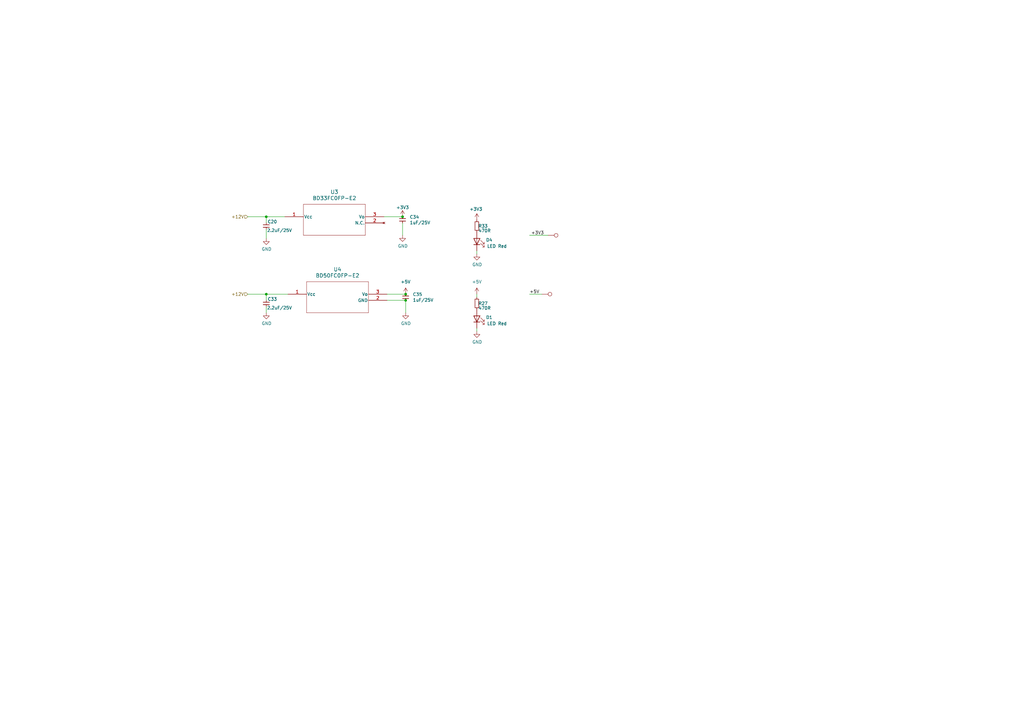
<source format=kicad_sch>
(kicad_sch (version 20231120) (generator "eeschema") (generator_version "8.0")
  (paper "A3")
  (title_block (date "2023-10-19") (rev "V0.1") (company "teTra"))
  (lib_symbols
    (symbol "BMS-Master-rescue:+3.3V-power-BMS-Master-rescue" (power) (pin_names (offset 0))
      (property "Value" "+3.3V-power-BMS-Master-rescue" (at 0 3.556 0))
      (symbol "+3.3V-power-BMS-Master-rescue_0_1"
        (polyline (pts (xy -0.762 1.27) (xy 0 2.54)))
        (polyline (pts (xy 0 0) (xy 0 2.54)))
        (polyline (pts (xy 0 2.54) (xy 0.762 1.27)))
      )
      (symbol "+3.3V-power-BMS-Master-rescue_1_1"
        (pin power_in line (at 0 0 90) (length 0) hide (name "+3V3") (number "1"))
      )
    )
    (symbol "Library:+3V3" (power) (pin_names (offset 0))
      (property "Value" "+3V3" (at 0 3.556 0))
      (symbol "+3V3_0_1"
        (polyline (pts (xy -0.762 1.27) (xy 0 2.54)))
        (polyline (pts (xy 0 0) (xy 0 2.54)))
        (polyline (pts (xy 0 2.54) (xy 0.762 1.27)))
      )
      (symbol "+3V3_1_1"
        (pin power_in line (at 0 0 90) (length 0) hide (name "+3V3") (number "1"))
      )
    )
    (symbol "Library:C" (pin_numbers hide) (pin_names (offset 0.254))
      (property "Reference" "C" (at 0.635 2.54 0))
      (property "Value" "C" (at 0.635 -2.54 0))
      (symbol "C_1_1"
        (polyline (pts (xy -1.27 -0.508) (xy 1.27 -0.508)) (stroke (width 0.254)))
        (polyline (pts (xy -1.27 0.508) (xy 1.27 0.508)) (stroke (width 0.254)))
        (pin passive line (at 0 1.27 270) (length 0.762) (name "~") (number "1"))
        (pin passive line (at 0 -1.27 90) (length 0.762) (name "~") (number "2"))
      )
    )
    (symbol "Library:GND" (power) (pin_names (offset 0))
      (property "Value" "GND" (at 0 -3.81 0))
      (symbol "GND_0_1"
        (polyline (pts (xy 0 0) (xy 0 -1.27) (xy 1.27 -1.27) (xy 0 -2.54) (xy -1.27 -1.27) (xy 0 -1.27)))
      )
      (symbol "GND_1_1"
        (pin power_in line (at 0 0 270) (length 0) hide (name "GND") (number "1"))
      )
    )
    (symbol "Library:LED" (pin_numbers hide) (pin_names (offset 1.016) hide)
      (property "Reference" "D" (at -0.762 -2.54 0))
      (property "Value" "LED" (at -0.762 4.318 0))
      (symbol "LED_0_1"
        (polyline (pts (xy 1.27 0) (xy -1.27 0)))
        (polyline (pts (xy 1.27 1.27) (xy 1.27 -1.27)) (stroke (width 0.254)))
        (polyline (pts (xy -1.27 1.27) (xy -1.27 -1.27) (xy 1.27 0) (xy -1.27 1.27)) (stroke (width 0.254)))
        (polyline (pts (xy -0.508 1.524) (xy 1.016 3.048) (xy 0.254 3.048) (xy 1.016 3.048) (xy 1.016 2.286)))
        (polyline (pts (xy 0.762 1.524) (xy 2.286 3.048) (xy 1.524 3.048) (xy 2.286 3.048) (xy 2.286 2.286)))
      )
      (symbol "LED_1_1"
        (pin passive line (at 3.81 0 180) (length 2.54) (name "K") (number "1"))
        (pin passive line (at -3.81 0 0) (length 2.54) (name "A") (number "2"))
      )
    )
    (symbol "Library:R_Small" (pin_numbers hide) (pin_names (offset 0.254) hide)
      (property "Reference" "R" (at 0.762 0.508 0))
      (property "Value" "R_Small" (at 0.762 -1.016 0))
      (symbol "R_Small_0_1"
        (rectangle (start -0.762 1.778) (end 0.762 -1.778) (stroke (width 0.2032)))
      )
      (symbol "R_Small_1_1"
        (pin passive line (at 0 2.54 270) (length 0.762) (name "~") (number "1"))
        (pin passive line (at 0 -2.54 90) (length 0.762) (name "~") (number "2"))
      )
    )
    (symbol "Library:TestPoint" (pin_numbers hide) (pin_names (offset 0.762) hide)
      (property "Reference" "TP" (at 0 6.858 0))
      (property "Value" "TestPoint" (at 0 5.08 0))
      (symbol "TestPoint_0_1"
        (circle (center 0 3.302) (radius 0.762))
      )
      (symbol "TestPoint_1_1"
        (pin passive line (at 0 0 90) (length 2.54) (name "1") (number "1"))
      )
    )
    (symbol "Power_Management:BD33FC0FP-E2" (pin_names (offset 0.254))
      (property "Reference" "U" (at 20.32 10.16 0))
      (property "Value" "BD33FC0FP-E2" (at 20.32 7.62 0))
      (symbol "BD33FC0FP-E2_0_1"
        (polyline (pts (xy 7.62 -7.62) (xy 33.02 -7.62)) (stroke (width 0.127)))
        (polyline (pts (xy 7.62 5.08) (xy 7.62 -7.62)) (stroke (width 0.127)))
        (polyline (pts (xy 33.02 -7.62) (xy 33.02 5.08)) (stroke (width 0.127)))
        (polyline (pts (xy 33.02 5.08) (xy 7.62 5.08)) (stroke (width 0.127)))
        (pin power_in line (at 0 0 0) (length 7.62) (name "Vcc") (number "1"))
        (pin no_connect line (at 40.64 -2.54 180) (length 7.62) (name "N.C.") (number "2"))
        (pin unspecified line (at 40.64 0 180) (length 7.62) (name "Vo") (number "3"))
      )
    )
    (symbol "Power_Management:BD50FC0FP-E2" (pin_names (offset 0.254))
      (property "Reference" "U" (at 20.32 10.16 0))
      (property "Value" "BD50FC0FP-E2" (at 20.32 7.62 0))
      (symbol "BD50FC0FP-E2_0_1"
        (polyline (pts (xy 7.62 -7.62) (xy 33.02 -7.62)) (stroke (width 0.127)))
        (polyline (pts (xy 7.62 5.08) (xy 7.62 -7.62)) (stroke (width 0.127)))
        (polyline (pts (xy 33.02 -7.62) (xy 33.02 5.08)) (stroke (width 0.127)))
        (polyline (pts (xy 33.02 5.08) (xy 7.62 5.08)) (stroke (width 0.127)))
        (pin power_in line (at 0 0 0) (length 7.62) (name "Vcc") (number "1"))
        (pin unspecified line (at 40.64 0 180) (length 7.62) (name "Vo") (number "3"))
      )
      (symbol "BD50FC0FP-E2_1_1"
        (pin output line (at 40.64 -2.54 180) (length 7.62) (name "GND") (number "2"))
      )
    )
    (symbol "power:+5V" (power) (pin_names (offset 0))
      (property "Value" "+5V" (at 0 3.556 0))
      (symbol "+5V_0_1"
        (polyline (pts (xy -0.762 1.27) (xy 0 2.54)))
        (polyline (pts (xy 0 0) (xy 0 2.54)))
        (polyline (pts (xy 0 2.54) (xy 0.762 1.27)))
      )
      (symbol "+5V_1_1"
        (pin power_in line (at 0 0 90) (length 0) hide (name "+5V") (number "1"))
      )
    )
  )
  (junction (at 165.1 88.9))
  (junction (at 166.37 120.65))
  (junction (at 109.22 120.65))
  (junction (at 166.37 123.19))
  (junction (at 109.22 88.9))
  (wire (pts (xy 101.6 120.65) (xy 109.22 120.65)))
  (wire (pts (xy 157.48 88.9) (xy 165.1 88.9)))
  (wire (pts (xy 217.17 96.52) (xy 224.79 96.52)))
  (wire (pts (xy 165.1 91.44) (xy 165.1 96.52)))
  (wire (pts (xy 195.58 120.65) (xy 195.58 121.92)))
  (wire (pts (xy 109.22 88.9) (xy 116.84 88.9)))
  (wire (pts (xy 109.22 88.9) (xy 109.22 91.44)))
  (wire (pts (xy 101.6 88.9) (xy 109.22 88.9)))
  (wire (pts (xy 158.75 123.19) (xy 166.37 123.19)))
  (wire (pts (xy 217.17 120.65) (xy 222.25 120.65)))
  (wire (pts (xy 158.75 120.65) (xy 166.37 120.65)))
  (wire (pts (xy 166.37 123.19) (xy 166.37 128.27)))
  (wire (pts (xy 195.58 102.87) (xy 195.58 104.14)))
  (wire (pts (xy 195.58 134.62) (xy 195.58 135.89)))
  (wire (pts (xy 109.22 120.65) (xy 109.22 123.19)))
  (wire (pts (xy 109.22 120.65) (xy 118.11 120.65)))
  (wire (pts (xy 109.22 93.98) (xy 109.22 97.79)))
  (wire (pts (xy 109.22 125.73) (xy 109.22 128.27)))
  (label "+5V" (at 217.17 120.65 0))
  (label "+3V3" (at 217.805 96.52 0))
  (hierarchical_label "+12V" (shape input) (at 101.6 88.9 180))
  (hierarchical_label "+12V" (shape input) (at 101.6 120.65 180))
  (symbol (lib_id "Library:GND") (at 109.22 97.79 0) (unit 1)
    (property "Reference" "#PWR021" (effects (hide yes)))
    (property "Value" "GND" (at 109.347 102.1842 0))
  )
  (symbol (lib_id "Power_Management:BD33FC0FP-E2") (at 116.84 88.9 0) (unit 1)
    (property "Reference" "U3" (at 137.16 78.74 0) (effects (font (size 1.524 1.524))))
    (property "Value" "BD33FC0FP-E2" (at 137.16 81.28 0) (effects (font (size 1.524 1.524))))
    (property "Footprint" "Package_TO_SOT_SMD:TO252-3_ROM" (effects (hide yes)))
    (property "Datasheet" "BD33FC0FP-E2" (effects (hide yes)))
  )
  (symbol (lib_id "power:+5V") (at 166.37 120.65 0) (mirror y) (unit 1)
    (property "Reference" "#PWR046" (effects (hide yes)))
    (property "Value" "+5V" (at 166.37 115.57 0))
  )
  (symbol (lib_id "Library:C") (at 166.37 121.92 180) (unit 1)
    (property "Reference" "C35" (at 169.291 120.7516 0) (effects (justify right)))
    (property "Value" "1uF/25V" (at 169.291 123.063 0) (effects (justify right)))
    (property "Footprint" "Capacitor_SMD:C_0603_1608Metric" (effects (hide yes)))
    (property "Datasheet" "https://mm.digikey.com/Volume0/opasdata/d220001/medias/docus/3644/CL10B105KA8NNNC_spec.pdf" (effects (hide yes)))
    (property "Description" "1 µF ±10% 25V Ceramic Capacitor X7R 0603 (1608 Metric)" (effects (hide yes)))
    (property "MPN" "CL10B105KA8NNNC" (effects (hide yes)))
    (property "Link" "https://www.digikey.jp/en/products/detail/samsung-electro-mechanics/CL10B105KA8NNNC/3886842" (effects (hide yes)))
  )
  (symbol (lib_id "BMS-Master-rescue:+3.3V-power-BMS-Master-rescue") (at 165.1 88.9 0) (mirror y) (unit 1)
    (property "Reference" "#PWR047" (effects (hide yes)))
    (property "Value" "+3V3" (at 165.1 85.09 0))
  )
  (symbol (lib_id "Library:TestPoint") (at 224.79 96.52 270) (unit 1)
    (property "Reference" "TP2" (effects (hide yes)))
    (property "Value" "3V3" (effects (hide yes)))
    (property "Footprint" "TestPoint:TestPoint_Pad_D1.0mm" (effects (hide yes)))
  )
  (symbol (lib_id "Library:GND") (at 195.58 104.14 0) (unit 1)
    (property "Reference" "#PWR029" (effects (hide yes)))
    (property "Value" "GND" (at 195.707 108.5342 0))
  )
  (symbol (lib_id "Library:GND") (at 166.37 128.27 0) (unit 1)
    (property "Reference" "#PWR045" (effects (hide yes)))
    (property "Value" "GND" (at 166.497 132.6642 0))
  )
  (symbol (lib_id "Library:GND") (at 109.22 128.27 0) (unit 1)
    (property "Reference" "#PWR044" (effects (hide yes)))
    (property "Value" "GND" (at 109.347 132.6642 0))
  )
  (symbol (lib_id "Library:LED") (at 195.58 99.06 270) (unit 1)
    (property "Reference" "D4" (at 200.66 98.425 90))
    (property "Value" "LED Red" (at 203.835 100.965 90))
    (property "Footprint" "LED_SMD:LED_0603_1608Metric" (effects (hide yes)))
    (property "Datasheet" "https://optoelectronics.liteon.com/upload/download/DS-22-99-0151/LTST-C190KRKT.pdf" (effects (hide yes)))
    (property "Description" "Red 631nm LED Indication - Discrete 2V 0603 (1608 Metric)" (effects (hide yes)))
    (property "Link" "https://www.digikey.jp/en/products/detail/liteon/LTST-C190KRKT/386817" (effects (hide yes)))
    (property "MPN" "LTST-C190KRKT" (effects (hide yes)))
    (instances (project "LTC6811_ESP32_V1p21" (path "" (reference "D4") (unit 1))) (project "L9963E+ESP32_V1.0" (path "" (reference "D?") (unit 1))))
  )
  (symbol (lib_id "power:+5V") (at 195.58 120.65 0) (mirror y) (unit 1)
    (property "Reference" "#PWR025" (effects (hide yes)))
    (property "Value" "+5V" (at 195.58 115.57 0))
  )
  (symbol (lib_id "Library:R_Small") (at 195.58 124.46 180) (unit 1)
    (property "Reference" "R27" (at 198.12 124.46 0))
    (property "Value" "470R" (at 198.755 126.365 0))
    (property "Footprint" "Resistor_SMD:R_0603_1608Metric" (effects (hide yes)))
    (property "Datasheet" "https://www.yageo.com/upload/media/product/products/datasheet/rchip/PYu-RC_Group_51_RoHS_L_12.pdf" (effects (hide yes)))
    (property "Description" "470 Ohms ±5% 0.1W, 1/10W Chip Resistor 0603 (1608 Metric) Moisture Resistant Thick Film" (effects (hide yes)))
    (property "MPN" "RC0603JR-07470RL" (effects (hide yes)))
    (property "Link" "https://www.digikey.jp/en/products/detail/yageo/RC0603JR-07470RL/726791?s=N4IgTCBcDaIEoGEAMA2JBmAUnAtEg7ACz5JwAyIAugL5A" (effects (hide yes)))
  )
  (symbol (lib_id "Library:GND") (at 165.1 96.52 0) (unit 1)
    (property "Reference" "#PWR048" (effects (hide yes)))
    (property "Value" "GND" (at 165.227 100.9142 0))
  )
  (symbol (lib_id "Library:C") (at 109.22 124.46 0) (unit 1)
    (property "Reference" "C33" (at 109.728 122.682 0) (effects (justify left)))
    (property "Value" "2.2uF/25V" (at 109.474 126.238 0) (effects (justify left)))
    (property "Footprint" "Capacitor_SMD:C_0603_1608Metric" (effects (hide yes)))
    (property "Datasheet" "https://search.murata.co.jp/Ceramy/image/img/A01X/G101/ENG/GRM188R61E225KA12-01.pdf" (effects (hide yes)))
    (property "Description" "2.2 µF ±10% 25V Ceramic Capacitor X5R 0603 (1608 Metric)" (effects (hide yes)))
    (property "MPN" "GRM188R61E225KA12D" (effects (hide yes)))
    (property "Link" "https://www.digikey.jp/en/products/detail/murata-electronics/GRM188R61E225KA12D/4905349" (effects (hide yes)))
  )
  (symbol (lib_id "Library:C") (at 109.22 92.71 0) (unit 1)
    (property "Reference" "C20" (at 109.728 90.932 0) (effects (justify left)))
    (property "Value" "2.2uF/25V" (at 109.474 94.488 0) (effects (justify left)))
    (property "Footprint" "Capacitor_SMD:C_0603_1608Metric" (effects (hide yes)))
    (property "Datasheet" "https://search.murata.co.jp/Ceramy/image/img/A01X/G101/ENG/GRM188R61E225KA12-01.pdf" (effects (hide yes)))
    (property "Description" "2.2 µF ±10% 25V Ceramic Capacitor X5R 0603 (1608 Metric)" (effects (hide yes)))
    (property "MPN" "GRM188R61E225KA12D" (effects (hide yes)))
    (property "Link" "https://www.digikey.jp/en/products/detail/murata-electronics/GRM188R61E225KA12D/4905349" (effects (hide yes)))
    (instances (project "LTC6811_ESP32_V1p21" (path "" (reference "C20") (unit 1))) (project "R&C_library" (path "" (reference "C?") (unit 1))) (project "L9963E+ESP32_V1.0" (path "" (reference "C?") (unit 1))))
  )
  (symbol (lib_id "Library:TestPoint") (at 222.25 120.65 270) (unit 1)
    (property "Reference" "TP1" (effects (hide yes)))
    (property "Value" "3V3" (effects (hide yes)))
    (property "Footprint" "TestPoint:TestPoint_Pad_D1.0mm" (effects (hide yes)))
  )
  (symbol (lib_id "Power_Management:BD50FC0FP-E2") (at 118.11 120.65 0) (unit 1)
    (property "Reference" "U4" (at 138.43 110.49 0) (effects (font (size 1.524 1.524))))
    (property "Value" "BD50FC0FP-E2" (at 138.43 113.03 0) (effects (font (size 1.524 1.524))))
    (property "Footprint" "Package_TO_SOT_SMD:TO252-3_ROM" (effects (hide yes)))
    (property "Datasheet" "BD33FC0FP-E2" (effects (hide yes)))
  )
  (symbol (lib_id "Library:LED") (at 195.58 130.81 270) (unit 1)
    (property "Reference" "D1" (at 200.66 130.175 90))
    (property "Value" "LED Red" (at 203.835 132.715 90))
    (property "Footprint" "LED_SMD:LED_0603_1608Metric" (effects (hide yes)))
    (property "Datasheet" "https://optoelectronics.liteon.com/upload/download/DS-22-99-0151/LTST-C190KRKT.pdf" (effects (hide yes)))
    (property "Description" "Red 631nm LED Indication - Discrete 2V 0603 (1608 Metric)" (effects (hide yes)))
    (property "Link" "https://www.digikey.jp/en/products/detail/liteon/LTST-C190KRKT/386817" (effects (hide yes)))
    (property "MPN" "LTST-C190KRKT" (effects (hide yes)))
  )
  (symbol (lib_id "Library:+3V3") (at 195.58 90.17 0) (mirror y) (unit 1)
    (property "Reference" "#PWR028" (effects (hide yes)))
    (property "Value" "+3V3" (at 195.199 85.7758 0))
  )
  (symbol (lib_id "Library:R_Small") (at 195.58 92.71 180) (unit 1)
    (property "Reference" "R33" (at 198.12 92.71 0))
    (property "Value" "470R" (at 198.755 94.615 0))
    (property "Footprint" "Resistor_SMD:R_0603_1608Metric" (effects (hide yes)))
    (property "Datasheet" "https://www.yageo.com/upload/media/product/products/datasheet/rchip/PYu-RC_Group_51_RoHS_L_12.pdf" (effects (hide yes)))
    (property "Description" "470 Ohms ±5% 0.1W, 1/10W Chip Resistor 0603 (1608 Metric) Moisture Resistant Thick Film" (effects (hide yes)))
    (property "MPN" "RC0603JR-07470RL" (effects (hide yes)))
    (property "Link" "https://www.digikey.jp/en/products/detail/yageo/RC0603JR-07470RL/726791?s=N4IgTCBcDaIEoGEAMA2JBmAUnAtEg7ACz5JwAyIAugL5A" (effects (hide yes)))
  )
  (symbol (lib_id "Library:C") (at 165.1 90.17 180) (unit 1)
    (property "Reference" "C34" (at 168.021 89.0016 0) (effects (justify right)))
    (property "Value" "1uF/25V" (at 168.021 91.313 0) (effects (justify right)))
    (property "Footprint" "Capacitor_SMD:C_0603_1608Metric" (effects (hide yes)))
    (property "Datasheet" "https://mm.digikey.com/Volume0/opasdata/d220001/medias/docus/3644/CL10B105KA8NNNC_spec.pdf" (effects (hide yes)))
    (property "Description" "1 µF ±10% 25V Ceramic Capacitor X7R 0603 (1608 Metric)" (effects (hide yes)))
    (property "MPN" "CL10B105KA8NNNC" (effects (hide yes)))
    (property "Link" "https://www.digikey.jp/en/products/detail/samsung-electro-mechanics/CL10B105KA8NNNC/3886842" (effects (hide yes)))
  )
  (symbol (lib_id "Library:GND") (at 195.58 135.89 0) (unit 1)
    (property "Reference" "#PWR024" (effects (hide yes)))
    (property "Value" "GND" (at 195.707 140.2842 0))
  )
)
</source>
